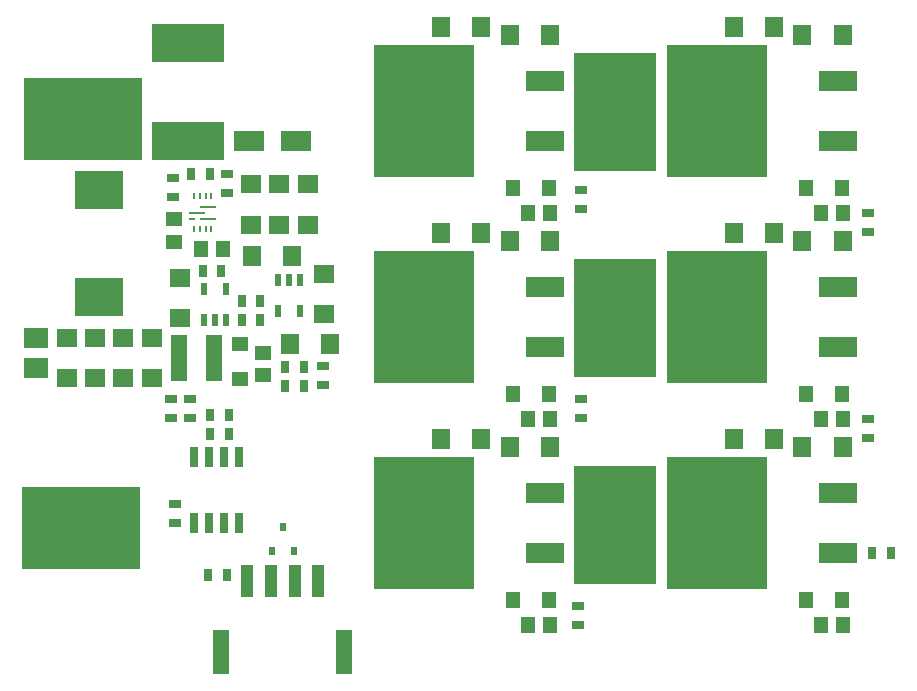
<source format=gtp>
G04*
G04 #@! TF.GenerationSoftware,Altium Limited,Altium Designer,23.3.1 (30)*
G04*
G04 Layer_Color=8421504*
%FSLAX44Y44*%
%MOMM*%
G71*
G04*
G04 #@! TF.SameCoordinates,D690764C-15D9-45C2-B971-25477444B052*
G04*
G04*
G04 #@! TF.FilePolarity,Positive*
G04*
G01*
G75*
%ADD14R,1.2000X1.4000*%
%ADD15R,1.3000X1.4000*%
%ADD16R,1.5200X1.8000*%
%ADD17R,8.5000X11.2000*%
%ADD18R,3.2000X1.7500*%
%ADD19R,1.0000X0.7000*%
%ADD20R,7.0000X10.0000*%
%ADD21R,0.7000X1.0000*%
%ADD22R,0.6000X0.2500*%
%ADD23R,1.4000X0.2500*%
%ADD24R,0.2500X0.6000*%
%ADD25R,1.4000X1.3000*%
%ADD26R,0.6000X1.1000*%
%ADD27R,1.8000X1.5200*%
%ADD28R,1.4000X1.2000*%
%ADD29R,4.1000X3.2000*%
%ADD30R,2.0000X1.7000*%
%ADD31R,1.4500X3.9000*%
%ADD32R,1.4500X3.8000*%
%ADD33R,1.0000X2.7000*%
%ADD34R,0.6000X0.7000*%
%ADD35R,0.6500X1.7500*%
%ADD36R,2.5000X1.7000*%
%ADD37R,6.2000X3.3000*%
%ADD38R,10.0000X7.0000*%
D14*
X1075500Y1585000D02*
D03*
X1106500D02*
D03*
X1323500Y1410500D02*
D03*
X1354500D02*
D03*
X1323500Y1236000D02*
D03*
X1354500D02*
D03*
X1075500D02*
D03*
X1106500D02*
D03*
X1323500Y1585000D02*
D03*
X1354500D02*
D03*
X1075500Y1410500D02*
D03*
X1106500D02*
D03*
X811500Y1533000D02*
D03*
X830500D02*
D03*
D15*
X1107500Y1564000D02*
D03*
X1088500D02*
D03*
X1355500Y1389500D02*
D03*
X1336500D02*
D03*
X1355500Y1215000D02*
D03*
X1336500D02*
D03*
X1107500D02*
D03*
X1088500D02*
D03*
X1355500Y1564000D02*
D03*
X1336500D02*
D03*
X1107500Y1389500D02*
D03*
X1088500D02*
D03*
D16*
X1072900Y1540000D02*
D03*
X1107100D02*
D03*
X1297100Y1372500D02*
D03*
X1262900D02*
D03*
X1355100Y1365500D02*
D03*
X1320900D02*
D03*
X1072900Y1714500D02*
D03*
X1107100D02*
D03*
X1297100Y1721500D02*
D03*
X1262900D02*
D03*
X1355100Y1714500D02*
D03*
X1320900D02*
D03*
X1355100Y1540000D02*
D03*
X1320900D02*
D03*
X1072900Y1365500D02*
D03*
X1107100D02*
D03*
X886900Y1453000D02*
D03*
X921100D02*
D03*
X854900Y1527000D02*
D03*
X889100D02*
D03*
X1049100Y1372500D02*
D03*
X1014900D02*
D03*
X1297100Y1547000D02*
D03*
X1262900D02*
D03*
X1049100D02*
D03*
X1014900D02*
D03*
X1049100Y1721500D02*
D03*
X1014900D02*
D03*
D17*
X1248750Y1475500D02*
D03*
Y1301000D02*
D03*
X1000750D02*
D03*
X1248750Y1650000D02*
D03*
X1000750Y1475500D02*
D03*
Y1650000D02*
D03*
D18*
X1351250Y1500900D02*
D03*
Y1450100D02*
D03*
Y1326400D02*
D03*
Y1275600D02*
D03*
X1103250Y1326400D02*
D03*
Y1275600D02*
D03*
X1351250Y1675400D02*
D03*
Y1624600D02*
D03*
X1103250Y1500900D02*
D03*
Y1450100D02*
D03*
Y1675400D02*
D03*
Y1624600D02*
D03*
D19*
X1133000Y1583000D02*
D03*
Y1567000D02*
D03*
X1131000Y1231000D02*
D03*
Y1215000D02*
D03*
X1376000Y1564000D02*
D03*
Y1548000D02*
D03*
X1133000Y1406000D02*
D03*
Y1390000D02*
D03*
X834000Y1597000D02*
D03*
Y1581000D02*
D03*
X788000Y1593000D02*
D03*
Y1577000D02*
D03*
X802000Y1406000D02*
D03*
Y1390000D02*
D03*
X786000Y1406000D02*
D03*
Y1390000D02*
D03*
X915000Y1434000D02*
D03*
Y1418000D02*
D03*
X1376000Y1389500D02*
D03*
Y1373500D02*
D03*
X790000Y1301000D02*
D03*
Y1317000D02*
D03*
D20*
X1162000Y1300000D02*
D03*
Y1474500D02*
D03*
Y1649000D02*
D03*
D21*
X846000Y1473000D02*
D03*
X862000D02*
D03*
X862000Y1489000D02*
D03*
X846000D02*
D03*
X819000Y1597000D02*
D03*
X803000D02*
D03*
X813000Y1515000D02*
D03*
X829000D02*
D03*
X819000Y1393000D02*
D03*
X835000D02*
D03*
X834000Y1257000D02*
D03*
X818000D02*
D03*
X899000Y1433000D02*
D03*
X883000D02*
D03*
X899000Y1417000D02*
D03*
X883000D02*
D03*
X1380000Y1276000D02*
D03*
X1396000D02*
D03*
X835000Y1377000D02*
D03*
X819000D02*
D03*
D22*
X804000Y1559000D02*
D03*
D23*
X818000D02*
D03*
X808000Y1564000D02*
D03*
X818000Y1569000D02*
D03*
D24*
X805500Y1550000D02*
D03*
X810500D02*
D03*
X815500D02*
D03*
X820500D02*
D03*
X805500Y1578000D02*
D03*
X810500D02*
D03*
X815500D02*
D03*
X820500D02*
D03*
D25*
X845000Y1452500D02*
D03*
Y1423500D02*
D03*
D26*
X814000Y1473000D02*
D03*
X823500D02*
D03*
X833000D02*
D03*
X814000Y1499000D02*
D03*
X833000D02*
D03*
X895500Y1507000D02*
D03*
X886000D02*
D03*
X876500D02*
D03*
X895500Y1481000D02*
D03*
X876500D02*
D03*
D27*
X794000Y1474900D02*
D03*
Y1509100D02*
D03*
X698000Y1423900D02*
D03*
Y1458100D02*
D03*
X722000Y1423900D02*
D03*
Y1458100D02*
D03*
X746000Y1423900D02*
D03*
Y1458100D02*
D03*
X770000Y1423900D02*
D03*
Y1458100D02*
D03*
X916000Y1512100D02*
D03*
Y1477900D02*
D03*
X854000Y1588100D02*
D03*
Y1553900D02*
D03*
X878000Y1588100D02*
D03*
Y1553900D02*
D03*
X902000Y1588100D02*
D03*
Y1553900D02*
D03*
D28*
X789000Y1558500D02*
D03*
Y1539500D02*
D03*
X864000Y1426500D02*
D03*
Y1445500D02*
D03*
D29*
X725000Y1493000D02*
D03*
Y1583000D02*
D03*
D30*
X672000Y1457700D02*
D03*
Y1432300D02*
D03*
D31*
X823000Y1441000D02*
D03*
X793000D02*
D03*
D32*
X829000Y1192000D02*
D03*
X933000D02*
D03*
D33*
X851000Y1252000D02*
D03*
X871000D02*
D03*
X891000D02*
D03*
X911000D02*
D03*
D34*
X881000Y1298000D02*
D03*
X890500Y1278000D02*
D03*
X871500D02*
D03*
D35*
X831350Y1301000D02*
D03*
X818650D02*
D03*
X805950D02*
D03*
X844050D02*
D03*
X805950Y1357000D02*
D03*
X818650D02*
D03*
X831350D02*
D03*
X844050D02*
D03*
D36*
X852000Y1625000D02*
D03*
X892000D02*
D03*
D37*
X801000Y1624500D02*
D03*
Y1707500D02*
D03*
D38*
X710000Y1297000D02*
D03*
X712000Y1643000D02*
D03*
M02*

</source>
